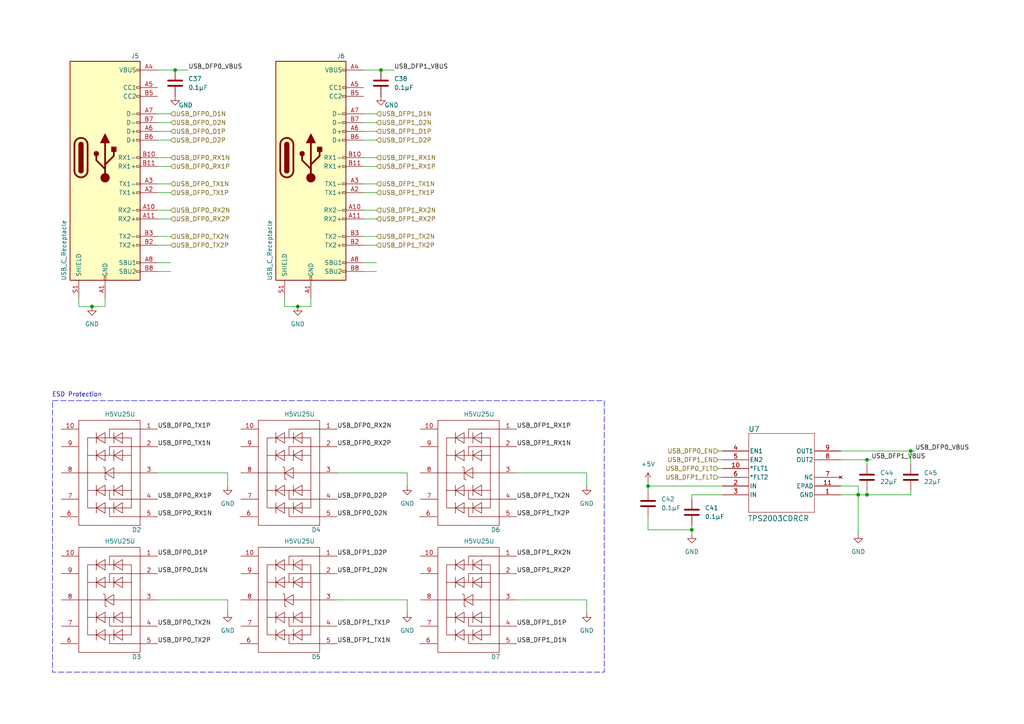
<source format=kicad_sch>
(kicad_sch (version 20231120) (generator "eeschema") (generator_version "8.0")
  (paper "A4")
  (title_block (comment 1 "Credits: https://github.com/R-Mutura/the_hub"))
  (lib_symbols
    (symbol "AZ1045-04F:AZ1045-04F" (pin_names (offset 1.016) hide)
      (property "Reference" "D" (at 0 15.875 0))
      (property "Value" "AZ1045-04F" (at 0 20.955 0))
      (symbol "AZ1045-04F_1_1"
        (rectangle (start -15.24 7.62) (end 15.24 -10.16) (stroke (width 0.1524)))
        (polyline (pts (xy -12.7 -5.08) (xy -12.7 -10.16)) (stroke (width 0.1524)))
        (polyline (pts (xy -11.684 -2.54) (xy -8.636 -2.54)) (stroke (width 0.1524)))
        (polyline (pts (xy -11.684 2.54) (xy -8.636 2.54)) (stroke (width 0.1524)))
        (polyline (pts (xy -7.62 -5.08) (xy -7.62 -10.16)) (stroke (width 0.1524)))
        (polyline (pts (xy -6.604 -2.54) (xy -3.556 -2.54)) (stroke (width 0.1524)))
        (polyline (pts (xy -6.604 2.54) (xy -3.556 2.54)) (stroke (width 0.1524)))
        (polyline (pts (xy -5.08 5.08) (xy -5.08 -7.62)) (stroke (width 0.1524)))
        (polyline (pts (xy 0 -7.62) (xy 0 -10.16)) (stroke (width 0.1524)))
        (polyline (pts (xy 0 5.08) (xy 0 -7.62)) (stroke (width 0.1524)))
        (polyline (pts (xy 0 5.08) (xy 0 7.62)) (stroke (width 0.1524)))
        (polyline (pts (xy 3.556 -2.54) (xy 6.604 -2.54)) (stroke (width 0.1524)))
        (polyline (pts (xy 3.556 2.54) (xy 6.604 2.54)) (stroke (width 0.1524)))
        (polyline (pts (xy 5.08 5.08) (xy 5.08 -7.62)) (stroke (width 0.1524)))
        (polyline (pts (xy 7.62 -5.08) (xy 7.62 -10.16)) (stroke (width 0.1524)))
        (polyline (pts (xy 8.636 -2.54) (xy 11.684 -2.54)) (stroke (width 0.1524)))
        (polyline (pts (xy 8.636 2.54) (xy 11.684 2.54)) (stroke (width 0.1524)))
        (polyline (pts (xy 12.7 -5.08) (xy 12.7 -10.16)) (stroke (width 0.1524)))
        (polyline (pts (xy -10.16 -1.27) (xy -12.7 -1.27) (xy -12.7 -5.08)) (stroke (width 0.1524)))
        (polyline (pts (xy -5.08 -1.27) (xy -7.62 -1.27) (xy -7.62 -5.08)) (stroke (width 0.1524)))
        (polyline (pts (xy 5.08 -1.27) (xy 7.62 -1.27) (xy 7.62 -5.08)) (stroke (width 0.1524)))
        (polyline (pts (xy 10.16 -1.27) (xy 12.7 -1.27) (xy 12.7 -5.08)) (stroke (width 0.1524)))
        (polyline (pts (xy -8.636 -5.08) (xy -10.16 -2.54) (xy -11.684 -5.08) (xy -8.636 -5.08)) (stroke (width 0.1524)))
        (polyline (pts (xy -8.636 0) (xy -10.16 2.54) (xy -11.684 0) (xy -8.636 0)) (stroke (width 0.1524)))
        (polyline (pts (xy -3.556 -5.08) (xy -5.08 -2.54) (xy -6.604 -5.08) (xy -3.556 -5.08)) (stroke (width 0.1524)))
        (polyline (pts (xy -3.556 0) (xy -5.08 2.54) (xy -6.604 0) (xy -3.556 0)) (stroke (width 0.1524)))
        (polyline (pts (xy 1.524 -2.54) (xy 0 0) (xy -1.524 -2.54) (xy 1.524 -2.54)) (stroke (width 0.1524)))
        (polyline (pts (xy 2.032 -0.508) (xy 1.778 0) (xy -1.524 0) (xy -1.778 0.508)) (stroke (width 0.1524)))
        (polyline (pts (xy 6.604 -5.08) (xy 5.08 -2.54) (xy 3.556 -5.08) (xy 6.604 -5.08)) (stroke (width 0.1524)))
        (polyline (pts (xy 6.604 0) (xy 5.08 2.54) (xy 3.556 0) (xy 6.604 0)) (stroke (width 0.1524)))
        (polyline (pts (xy 11.684 -5.08) (xy 10.16 -2.54) (xy 8.636 -5.08) (xy 11.684 -5.08)) (stroke (width 0.1524)))
        (polyline (pts (xy 11.684 0) (xy 10.16 2.54) (xy 8.636 0) (xy 11.684 0)) (stroke (width 0.1524)))
        (polyline (pts (xy -10.16 2.54) (xy -10.16 5.08) (xy 10.16 5.08) (xy 10.16 2.54) (xy 10.16 -7.62) (xy -10.16 -7.62) (xy -10.16 2.54)) (stroke (width 0.1524)))
        (pin input line (at -12.7 -15.24 90) (length 5.08) (name "I/O_1") (number "1"))
        (pin input line (at -12.7 12.7 270) (length 5.08) (name "NC") (number "10"))
        (pin input line (at -7.62 -15.24 90) (length 5.08) (name "I/O_2") (number "2"))
        (pin input line (at 0 -15.24 90) (length 5.08) (name "GND") (number "3"))
        (pin input line (at 7.62 -15.24 90) (length 5.08) (name "I/O_3") (number "4"))
        (pin input line (at 12.7 -15.24 90) (length 5.08) (name "I/O_4") (number "5"))
        (pin input line (at 12.7 12.954 270) (length 5.08) (name "NC") (number "6"))
        (pin input line (at 7.62 12.7 270) (length 5.08) (name "NC") (number "7"))
        (pin input line (at 0 12.7 270) (length 5.08) (name "GND") (number "8"))
        (pin input line (at -7.62 12.7 270) (length 5.08) (name "NC") (number "9"))
      )
    )
    (symbol "Connector:USB_C_Receptacle" (pin_names (offset 1.016))
      (property "Reference" "J" (at -10.16 29.21 0))
      (property "Value" "USB_C_Receptacle" (at 10.16 29.21 0))
      (symbol "USB_C_Receptacle_0_0"
        (rectangle (start -0.254 -35.56) (end 0.254 -34.544))
        (rectangle (start 10.16 -32.766) (end 9.144 -33.274))
        (rectangle (start 10.16 -30.226) (end 9.144 -30.734))
        (rectangle (start 10.16 -25.146) (end 9.144 -25.654))
        (rectangle (start 10.16 -22.606) (end 9.144 -23.114))
        (rectangle (start 10.16 -17.526) (end 9.144 -18.034))
        (rectangle (start 10.16 -14.986) (end 9.144 -15.494))
        (rectangle (start 10.16 -9.906) (end 9.144 -10.414))
        (rectangle (start 10.16 -7.366) (end 9.144 -7.874))
        (rectangle (start 10.16 -2.286) (end 9.144 -2.794))
        (rectangle (start 10.16 0.254) (end 9.144 -0.254))
        (rectangle (start 10.16 5.334) (end 9.144 4.826))
        (rectangle (start 10.16 7.874) (end 9.144 7.366))
        (rectangle (start 10.16 10.414) (end 9.144 9.906))
        (rectangle (start 10.16 12.954) (end 9.144 12.446))
        (rectangle (start 10.16 18.034) (end 9.144 17.526))
        (rectangle (start 10.16 20.574) (end 9.144 20.066))
        (rectangle (start 10.16 25.654) (end 9.144 25.146))
      )
      (symbol "USB_C_Receptacle_0_1"
        (rectangle (start -10.16 27.94) (end 10.16 -35.56) (stroke (width 0.254)) (fill (type background)))
        (arc (start -8.89 -3.81) (mid -6.985 -5.7067) (end -5.08 -3.81) (stroke (width 0.508)))
        (arc (start -7.62 -3.81) (mid -6.985 -4.4423) (end -6.35 -3.81) (stroke (width 0.254)))
        (arc (start -7.62 -3.81) (mid -6.985 -4.4423) (end -6.35 -3.81) (stroke (width 0.254)) (fill (type outline)))
        (rectangle (start -7.62 -3.81) (end -6.35 3.81) (stroke (width 0.254)) (fill (type outline)))
        (arc (start -6.35 3.81) (mid -6.985 4.4423) (end -7.62 3.81) (stroke (width 0.254)))
        (arc (start -6.35 3.81) (mid -6.985 4.4423) (end -7.62 3.81) (stroke (width 0.254)) (fill (type outline)))
        (arc (start -5.08 3.81) (mid -6.985 5.7067) (end -8.89 3.81) (stroke (width 0.508)))
        (polyline (pts (xy -8.89 -3.81) (xy -8.89 3.81)) (stroke (width 0.508)))
        (polyline (pts (xy -5.08 3.81) (xy -5.08 -3.81)) (stroke (width 0.508)))
      )
      (symbol "USB_C_Receptacle_1_1"
        (circle (center -2.54 1.143) (radius 0.635) (stroke (width 0.254)) (fill (type outline)))
        (circle (center 0 -5.842) (radius 1.27) (fill (type outline)))
        (polyline (pts (xy 0 -5.842) (xy 0 4.318)) (stroke (width 0.508)))
        (polyline (pts (xy 0 -3.302) (xy -2.54 -0.762) (xy -2.54 0.508)) (stroke (width 0.508)))
        (polyline (pts (xy 0 -2.032) (xy 2.54 0.508) (xy 2.54 1.778)) (stroke (width 0.508)))
        (polyline (pts (xy -1.27 4.318) (xy 0 6.858) (xy 1.27 4.318) (xy -1.27 4.318)) (stroke (width 0.254)) (fill (type outline)))
        (rectangle (start 1.905 1.778) (end 3.175 3.048) (stroke (width 0.254)) (fill (type outline)))
        (pin passive line (at 0 -40.64 90) (length 5.08) (name "GND") (number "A1"))
        (pin bidirectional line (at 15.24 -15.24 180) (length 5.08) (name "RX2-") (number "A10"))
        (pin bidirectional line (at 15.24 -17.78 180) (length 5.08) (name "RX2+") (number "A11"))
        (pin passive line (at 0 -40.64 90) (length 5.08) hide (name "GND") (number "A12"))
        (pin bidirectional line (at 15.24 -10.16 180) (length 5.08) (name "TX1+") (number "A2"))
        (pin bidirectional line (at 15.24 -7.62 180) (length 5.08) (name "TX1-") (number "A3"))
        (pin passive line (at 15.24 25.4 180) (length 5.08) (name "VBUS") (number "A4"))
        (pin bidirectional line (at 15.24 20.32 180) (length 5.08) (name "CC1") (number "A5"))
        (pin bidirectional line (at 15.24 7.62 180) (length 5.08) (name "D+") (number "A6"))
        (pin bidirectional line (at 15.24 12.7 180) (length 5.08) (name "D-") (number "A7"))
        (pin bidirectional line (at 15.24 -30.48 180) (length 5.08) (name "SBU1") (number "A8"))
        (pin passive line (at 15.24 25.4 180) (length 5.08) hide (name "VBUS") (number "A9"))
        (pin passive line (at 0 -40.64 90) (length 5.08) hide (name "GND") (number "B1"))
        (pin bidirectional line (at 15.24 0 180) (length 5.08) (name "RX1-") (number "B10"))
        (pin bidirectional line (at 15.24 -2.54 180) (length 5.08) (name "RX1+") (number "B11"))
        (pin passive line (at 0 -40.64 90) (length 5.08) hide (name "GND") (number "B12"))
        (pin bidirectional line (at 15.24 -25.4 180) (length 5.08) (name "TX2+") (number "B2"))
        (pin bidirectional line (at 15.24 -22.86 180) (length 5.08) (name "TX2-") (number "B3"))
        (pin passive line (at 15.24 25.4 180) (length 5.08) hide (name "VBUS") (number "B4"))
        (pin bidirectional line (at 15.24 17.78 180) (length 5.08) (name "CC2") (number "B5"))
        (pin bidirectional line (at 15.24 5.08 180) (length 5.08) (name "D+") (number "B6"))
        (pin bidirectional line (at 15.24 10.16 180) (length 5.08) (name "D-") (number "B7"))
        (pin bidirectional line (at 15.24 -33.02 180) (length 5.08) (name "SBU2") (number "B8"))
        (pin passive line (at 15.24 25.4 180) (length 5.08) hide (name "VBUS") (number "B9"))
        (pin passive line (at -7.62 -40.64 90) (length 5.08) (name "SHIELD") (number "S1"))
      )
    )
    (symbol "Device:C" (pin_numbers hide) (pin_names (offset 0.254))
      (property "Reference" "C" (at 0.635 2.54 0))
      (property "Value" "C" (at 0.635 -2.54 0))
      (symbol "C_0_1"
        (polyline (pts (xy -2.032 -0.762) (xy 2.032 -0.762)) (stroke (width 0.508)))
        (polyline (pts (xy -2.032 0.762) (xy 2.032 0.762)) (stroke (width 0.508)))
      )
      (symbol "C_1_1"
        (pin passive line (at 0 3.81 270) (length 2.794) (name "~") (number "1"))
        (pin passive line (at 0 -3.81 90) (length 2.794) (name "~") (number "2"))
      )
    )
    (symbol "TPS2003CDRCR:TPS2003CDRCR" (pin_names (offset 0.254))
      (property "Reference" "U7" (at 9.144 6.35 0))
      (property "Value" "TPS2003CDRCR" (at 16.256 -19.558 0))
      (symbol "TPS2003CDRCR_0_1"
        (polyline (pts (xy 7.62 -17.78) (xy 26.67 -17.78)) (stroke (width 0.127)))
        (polyline (pts (xy 7.62 5.08) (xy 7.62 -17.78)) (stroke (width 0.127)))
        (polyline (pts (xy 26.67 -17.78) (xy 26.67 5.08)) (stroke (width 0.127)))
        (polyline (pts (xy 26.67 5.08) (xy 7.62 5.08)) (stroke (width 0.127)))
        (pin power_in line (at 34.29 -12.7 180) (length 7.62) (name "GND") (number "1"))
        (pin output line (at 0 -5.08 0) (length 7.62) (name "*FLT1") (number "10"))
        (pin unspecified line (at 34.29 -10.16 180) (length 7.62) (name "EPAD") (number "11"))
        (pin input line (at 0 -10.16 0) (length 7.62) (name "IN") (number "2"))
        (pin input line (at 0 -12.7 0) (length 7.62) (name "IN") (number "3"))
        (pin output line (at 0 -7.62 0) (length 7.62) (name "*FLT2") (number "6"))
        (pin no_connect line (at 34.29 -7.62 180) (length 7.62) (name "NC") (number "7"))
        (pin output line (at 34.29 -2.54 180) (length 7.62) (name "OUT2") (number "8"))
        (pin output line (at 34.29 0 180) (length 7.62) (name "OUT1") (number "9"))
      )
      (symbol "TPS2003CDRCR_1_1"
        (pin input line (at 0 0 0) (length 7.62) (name "EN1") (number "4"))
        (pin input line (at 0 -2.54 0) (length 7.62) (name "EN2") (number "5"))
      )
    )
    (symbol "power:+5V" (power) (pin_numbers hide) (pin_names (offset 0) hide)
      (property "Value" "+5V" (at 0 3.556 0))
      (symbol "+5V_0_1"
        (polyline (pts (xy -0.762 1.27) (xy 0 2.54)))
        (polyline (pts (xy 0 0) (xy 0 2.54)))
        (polyline (pts (xy 0 2.54) (xy 0.762 1.27)))
      )
      (symbol "+5V_1_1"
        (pin power_in line (at 0 0 90) (length 0) (name "~") (number "1"))
      )
    )
    (symbol "power:GND" (power) (pin_numbers hide) (pin_names (offset 0) hide)
      (property "Value" "GND" (at 0 -3.81 0))
      (symbol "GND_0_1"
        (polyline (pts (xy 0 0) (xy 0 -1.27) (xy 1.27 -1.27) (xy 0 -2.54) (xy -1.27 -1.27) (xy 0 -1.27)))
      )
      (symbol "GND_1_1"
        (pin power_in line (at 0 0 270) (length 0) (name "~") (number "1"))
      )
    )
  )
  (junction (at 200.66 153.67))
  (junction (at 248.92 143.51))
  (junction (at 86.36 88.9))
  (junction (at 110.49 20.32))
  (junction (at 264.16 130.81))
  (junction (at 26.67 88.9))
  (junction (at 50.8 20.32))
  (junction (at 251.46 143.51))
  (junction (at 187.96 140.97))
  (junction (at 251.46 133.35))
  (wire (pts (xy 109.22 71.12) (xy 105.41 71.12)))
  (wire (pts (xy 109.22 63.5) (xy 105.41 63.5)))
  (wire (pts (xy 118.11 137.16) (xy 118.11 140.97)))
  (wire (pts (xy 118.11 173.99) (xy 118.11 177.8)))
  (wire (pts (xy 49.53 53.34) (xy 45.72 53.34)))
  (wire (pts (xy 109.22 48.26) (xy 105.41 48.26)))
  (wire (pts (xy 110.49 20.32) (xy 105.41 20.32)))
  (wire (pts (xy 97.79 137.16) (xy 118.11 137.16)))
  (wire (pts (xy 109.22 78.74) (xy 105.41 78.74)))
  (wire (pts (xy 248.92 143.51) (xy 248.92 154.94)))
  (wire (pts (xy 187.96 149.86) (xy 187.96 153.67)))
  (wire (pts (xy 109.22 68.58) (xy 105.41 68.58)))
  (wire (pts (xy 109.22 53.34) (xy 105.41 53.34)))
  (wire (pts (xy 251.46 143.51) (xy 264.16 143.51)))
  (wire (pts (xy 45.72 38.1) (xy 49.53 38.1)))
  (wire (pts (xy 97.79 173.99) (xy 118.11 173.99)))
  (wire (pts (xy 251.46 133.35) (xy 252.73 133.35)))
  (wire (pts (xy 66.04 173.99) (xy 66.04 177.8)))
  (wire (pts (xy 30.48 88.9) (xy 30.48 86.36)))
  (wire (pts (xy 109.22 76.2) (xy 105.41 76.2)))
  (wire (pts (xy 187.96 153.67) (xy 200.66 153.67)))
  (wire (pts (xy 208.28 135.89) (xy 209.55 135.89)))
  (wire (pts (xy 49.53 78.74) (xy 45.72 78.74)))
  (wire (pts (xy 187.96 142.24) (xy 187.96 140.97)))
  (wire (pts (xy 22.86 88.9) (xy 26.67 88.9)))
  (wire (pts (xy 105.41 40.64) (xy 109.22 40.64)))
  (wire (pts (xy 45.72 40.64) (xy 49.53 40.64)))
  (wire (pts (xy 49.53 55.88) (xy 45.72 55.88)))
  (wire (pts (xy 26.67 88.9) (xy 30.48 88.9)))
  (wire (pts (xy 82.55 86.36) (xy 82.55 88.9)))
  (wire (pts (xy 66.04 137.16) (xy 66.04 140.97)))
  (wire (pts (xy 187.96 139.7) (xy 187.96 140.97)))
  (wire (pts (xy 49.53 45.72) (xy 45.72 45.72)))
  (wire (pts (xy 170.18 173.99) (xy 170.18 177.8)))
  (wire (pts (xy 45.72 173.99) (xy 66.04 173.99)))
  (wire (pts (xy 49.53 48.26) (xy 45.72 48.26)))
  (wire (pts (xy 105.41 38.1) (xy 109.22 38.1)))
  (wire (pts (xy 243.84 133.35) (xy 251.46 133.35)))
  (wire (pts (xy 264.16 130.81) (xy 265.43 130.81)))
  (wire (pts (xy 208.28 133.35) (xy 209.55 133.35)))
  (wire (pts (xy 208.28 138.43) (xy 209.55 138.43)))
  (wire (pts (xy 109.22 45.72) (xy 105.41 45.72)))
  (wire (pts (xy 86.36 88.9) (xy 90.17 88.9)))
  (wire (pts (xy 243.84 130.81) (xy 264.16 130.81)))
  (wire (pts (xy 243.84 143.51) (xy 248.92 143.51)))
  (wire (pts (xy 200.66 144.78) (xy 200.66 143.51)))
  (wire (pts (xy 109.22 60.96) (xy 105.41 60.96)))
  (wire (pts (xy 105.41 35.56) (xy 109.22 35.56)))
  (wire (pts (xy 200.66 153.67) (xy 200.66 154.94)))
  (wire (pts (xy 90.17 88.9) (xy 90.17 86.36)))
  (wire (pts (xy 114.3 20.32) (xy 110.49 20.32)))
  (wire (pts (xy 82.55 88.9) (xy 86.36 88.9)))
  (wire (pts (xy 45.72 20.32) (xy 50.8 20.32)))
  (wire (pts (xy 248.92 140.97) (xy 248.92 143.51)))
  (wire (pts (xy 170.18 137.16) (xy 170.18 140.97)))
  (wire (pts (xy 49.53 60.96) (xy 45.72 60.96)))
  (wire (pts (xy 251.46 133.35) (xy 251.46 134.62)))
  (wire (pts (xy 45.72 35.56) (xy 49.53 35.56)))
  (wire (pts (xy 109.22 55.88) (xy 105.41 55.88)))
  (wire (pts (xy 251.46 143.51) (xy 248.92 143.51)))
  (wire (pts (xy 149.86 137.16) (xy 170.18 137.16)))
  (wire (pts (xy 200.66 152.4) (xy 200.66 153.67)))
  (wire (pts (xy 49.53 63.5) (xy 45.72 63.5)))
  (wire (pts (xy 208.28 130.81) (xy 209.55 130.81)))
  (wire (pts (xy 149.86 173.99) (xy 170.18 173.99)))
  (wire (pts (xy 187.96 140.97) (xy 209.55 140.97)))
  (wire (pts (xy 45.72 137.16) (xy 66.04 137.16)))
  (wire (pts (xy 49.53 71.12) (xy 45.72 71.12)))
  (wire (pts (xy 251.46 142.24) (xy 251.46 143.51)))
  (wire (pts (xy 200.66 143.51) (xy 209.55 143.51)))
  (wire (pts (xy 264.16 130.81) (xy 264.16 134.62)))
  (wire (pts (xy 105.41 33.02) (xy 109.22 33.02)))
  (wire (pts (xy 243.84 140.97) (xy 248.92 140.97)))
  (wire (pts (xy 49.53 76.2) (xy 45.72 76.2)))
  (wire (pts (xy 50.8 20.32) (xy 54.61 20.32)))
  (wire (pts (xy 22.86 86.36) (xy 22.86 88.9)))
  (wire (pts (xy 49.53 68.58) (xy 45.72 68.58)))
  (wire (pts (xy 264.16 142.24) (xy 264.16 143.51)))
  (wire (pts (xy 45.72 33.02) (xy 49.53 33.02)))
  (rectangle (start 15.24 116.205) (end 175.26 194.945) (stroke (width 0) (type dash)))
  (text "ESD Protection" (at 22.352 114.554 0) (effects (font (size 1.27 1.27))))
  (label "USB_DFP1_TX1P" (at 97.79 181.61 0))
  (label "USB_DFP1_D1N" (at 149.86 186.69 0))
  (label "USB_DFP1_RX1P" (at 149.86 124.46 0))
  (label "USB_DFP1_TX2P" (at 149.86 149.86 0))
  (label "USB_DFP1_RX1N" (at 149.86 129.54 0))
  (label "USB_DFP1_D2N" (at 97.79 166.37 0))
  (label "USB_DFP0_RX1N" (at 45.72 149.86 0))
  (label "USB_DFP0_TX2P" (at 45.72 186.69 0))
  (label "USB_DFP0_D2P" (at 97.79 144.78 0))
  (label "USB_DFP1_D1P" (at 149.86 181.61 0))
  (label "USB_DFP0_D1P" (at 45.72 161.29 0))
  (label "USB_DFP0_RX2N" (at 97.79 124.46 0))
  (label "USB_DFP1_RX2N" (at 149.86 161.29 0))
  (label "USB_DFP0_TX1P" (at 45.72 124.46 0))
  (label "USB_DFP0_TX1N" (at 45.72 129.54 0))
  (label "USB_DFP0_D2N" (at 97.79 149.86 0))
  (label "USB_DFP1_D2P" (at 97.79 161.29 0))
  (label "USB_DFP0_VBUS" (at 54.61 20.32 0))
  (label "USB_DFP0_RX1P" (at 45.72 144.78 0))
  (label "USB_DFP1_VBUS" (at 114.3 20.32 0))
  (label "USB_DFP0_VBUS" (at 265.43 130.81 0))
  (label "USB_DFP1_TX1N" (at 97.79 186.69 0))
  (label "USB_DFP1_TX2N" (at 149.86 144.78 0))
  (label "USB_DFP1_RX2P" (at 149.86 166.37 0))
  (label "USB_DFP0_D1N" (at 45.72 166.37 0))
  (label "USB_DFP0_TX2N" (at 45.72 181.61 0))
  (label "USB_DFP1_VBUS" (at 252.73 133.35 0))
  (label "USB_DFP0_RX2P" (at 97.79 129.54 0))
  (hierarchical_label "USB_DFP1_TX1N" (shape input) (at 109.22 53.34 0))
  (hierarchical_label "USB_DFP0_RX2N" (shape input) (at 49.53 60.96 0))
  (hierarchical_label "USB_DFP0_D2P" (shape input) (at 49.53 40.64 0))
  (hierarchical_label "USB_DFP1_EN" (shape input) (at 208.28 133.35 180))
  (hierarchical_label "USB_DFP0_FLT" (shape input) (at 208.28 135.89 180))
  (hierarchical_label "USB_DFP0_D1P" (shape input) (at 49.53 38.1 0))
  (hierarchical_label "USB_DFP1_D1N" (shape input) (at 109.22 33.02 0))
  (hierarchical_label "USB_DFP0_TX2P" (shape input) (at 49.53 71.12 0))
  (hierarchical_label "USB_DFP1_FLT" (shape input) (at 208.28 138.43 180))
  (hierarchical_label "USB_DFP0_D2N" (shape input) (at 49.53 35.56 0))
  (hierarchical_label "USB_DFP1_TX1P" (shape input) (at 109.22 55.88 0))
  (hierarchical_label "USB_DFP1_D2N" (shape input) (at 109.22 35.56 0))
  (hierarchical_label "USB_DFP0_TX2N" (shape input) (at 49.53 68.58 0))
  (hierarchical_label "USB_DFP1_D2P" (shape input) (at 109.22 40.64 0))
  (hierarchical_label "USB_DFP0_EN" (shape input) (at 208.28 130.81 180))
  (hierarchical_label "USB_DFP1_RX1P" (shape input) (at 109.22 48.26 0))
  (hierarchical_label "USB_DFP0_TX1P" (shape input) (at 49.53 55.88 0))
  (hierarchical_label "USB_DFP0_TX1N" (shape input) (at 49.53 53.34 0))
  (hierarchical_label "USB_DFP1_TX2P" (shape input) (at 109.22 71.12 0))
  (hierarchical_label "USB_DFP0_RX2P" (shape input) (at 49.53 63.5 0))
  (hierarchical_label "USB_DFP1_D1P" (shape input) (at 109.22 38.1 0))
  (hierarchical_label "USB_DFP0_RX1P" (shape input) (at 49.53 48.26 0))
  (hierarchical_label "USB_DFP1_RX1N" (shape input) (at 109.22 45.72 0))
  (hierarchical_label "USB_DFP0_D1N" (shape input) (at 49.53 33.02 0))
  (hierarchical_label "USB_DFP1_TX2N" (shape input) (at 109.22 68.58 0))
  (hierarchical_label "USB_DFP0_RX1N" (shape input) (at 49.53 45.72 0))
  (hierarchical_label "USB_DFP1_RX2N" (shape input) (at 109.22 60.96 0))
  (hierarchical_label "USB_DFP1_RX2P" (shape input) (at 109.22 63.5 0))
  (symbol (lib_id "AZ1045-04F:AZ1045-04F") (at 82.55 137.16 90) (mirror x) (unit 1)
    (property "Reference" "D4" (at 91.694 153.67 90))
    (property "Value" "H5VU25U" (at 86.868 120.142 90))
    (property "Footprint" "AZ1045-04F:AZ1045-04F" (effects (hide yes)))
    (property "Description" "C2987152" (effects (hide yes)))
    (property "uuid" "std:6eb39e210fd9458b8b050fbd0465928b" (effects (hide yes)))
    (property "LCSC" "C7420374" (effects (hide yes)))
    (property "Part_Number" "H5VU25U" (effects (hide yes)))
  )
  (symbol (lib_id "power:GND") (at 50.8 27.94 0) (unit 1)
    (property "Reference" "#PWR048" (effects (hide yes)))
    (property "Value" "GND" (at 53.848 30.48 0))
    (property "Description" "Power symbol creates a global label with name \"GND\" , ground" (effects (hide yes)))
  )
  (symbol (lib_id "power:GND") (at 170.18 177.8 0) (unit 1)
    (property "Reference" "#PWR050" (effects (hide yes)))
    (property "Value" "GND" (at 170.18 182.88 0))
    (property "Description" "Power symbol creates a global label with name \"GND\" , ground" (effects (hide yes)))
  )
  (symbol (lib_id "power:GND") (at 118.11 177.8 0) (unit 1)
    (property "Reference" "#PWR047" (effects (hide yes)))
    (property "Value" "GND" (at 118.11 182.88 0))
    (property "Description" "Power symbol creates a global label with name \"GND\" , ground" (effects (hide yes)))
  )
  (symbol (lib_id "power:GND") (at 66.04 140.97 0) (unit 1)
    (property "Reference" "#PWR016" (effects (hide yes)))
    (property "Value" "GND" (at 66.04 146.05 0))
    (property "Description" "Power symbol creates a global label with name \"GND\" , ground" (effects (hide yes)))
  )
  (symbol (lib_id "power:GND") (at 66.04 177.8 0) (unit 1)
    (property "Reference" "#PWR046" (effects (hide yes)))
    (property "Value" "GND" (at 66.04 182.88 0))
    (property "Description" "Power symbol creates a global label with name \"GND\" , ground" (effects (hide yes)))
  )
  (symbol (lib_id "Device:C") (at 187.96 146.05 0) (unit 1)
    (property "Reference" "C42" (at 191.77 144.7799 0) (effects (justify left)))
    (property "Value" "0.1μF" (at 191.77 147.3199 0) (effects (justify left)))
    (property "Footprint" "Capacitor_SMD:C_0402_1005Metric" (effects (hide yes)))
    (property "Description" "Unpolarized capacitor" (effects (hide yes)))
    (property "Part_Number" "CL05B104KO5NNNC" (effects (hide yes)))
    (property "LCSC" "C1525" (effects (hide yes)))
  )
  (symbol (lib_id "AZ1045-04F:AZ1045-04F") (at 82.55 173.99 90) (mirror x) (unit 1)
    (property "Reference" "D5" (at 91.694 190.5 90))
    (property "Value" "H5VU25U" (at 86.868 156.972 90))
    (property "Footprint" "AZ1045-04F:AZ1045-04F" (effects (hide yes)))
    (property "Description" "C2987152" (effects (hide yes)))
    (property "uuid" "std:6eb39e210fd9458b8b050fbd0465928b" (effects (hide yes)))
    (property "LCSC" "C7420374" (effects (hide yes)))
    (property "Part_Number" "H5VU25U" (effects (hide yes)))
  )
  (symbol (lib_id "power:GND") (at 200.66 154.94 0) (unit 1)
    (property "Reference" "#PWR052" (effects (hide yes)))
    (property "Value" "GND" (at 200.66 160.02 0))
    (property "Description" "Power symbol creates a global label with name \"GND\" , ground" (effects (hide yes)))
  )
  (symbol (lib_id "Device:C") (at 251.46 138.43 0) (unit 1)
    (property "Reference" "C44" (at 255.27 137.1599 0) (effects (justify left)))
    (property "Value" "22μF" (at 255.27 139.6999 0) (effects (justify left)))
    (property "Footprint" "Capacitor_SMD:C_0603_1608Metric" (effects (hide yes)))
    (property "Description" "Unpolarized capacitor" (effects (hide yes)))
    (property "Part_Number" "CL10A226MQ8NRNC" (effects (hide yes)))
    (property "LCSC" "C59461" (effects (hide yes)))
  )
  (symbol (lib_id "TPS2003CDRCR:TPS2003CDRCR") (at 209.55 130.81 0) (unit 1)
    (property "Reference" "U7" (at 218.694 124.46 0) (effects (font (size 1.524 1.524))))
    (property "Value" "TPS2003CDRCR" (at 225.806 150.368 0) (effects (font (size 1.524 1.524))))
    (property "Footprint" "DRC10_1P65X2P40_TEX" (effects (hide yes)))
    (property "Datasheet" "TPS2003CDRCR" (effects (hide yes)))
    (property "Part_Number" "TPS2003CDRCR" (effects (hide yes)))
    (property "LCSC" "C2149914" (effects (hide yes)))
  )
  (symbol (lib_id "power:GND") (at 118.11 140.97 0) (unit 1)
    (property "Reference" "#PWR099" (effects (hide yes)))
    (property "Value" "GND" (at 118.11 146.05 0))
    (property "Description" "Power symbol creates a global label with name \"GND\" , ground" (effects (hide yes)))
  )
  (symbol (lib_id "Device:C") (at 50.8 24.13 0) (unit 1)
    (property "Reference" "C37" (at 54.61 22.8599 0) (effects (justify left)))
    (property "Value" "0.1μF" (at 54.61 25.3999 0) (effects (justify left)))
    (property "Footprint" "Capacitor_SMD:C_0402_1005Metric" (effects (hide yes)))
    (property "Description" "Unpolarized capacitor" (effects (hide yes)))
    (property "Part_Number" "CL05B104KO5NNNC" (effects (hide yes)))
    (property "LCSC" "C1525" (effects (hide yes)))
  )
  (symbol (lib_id "power:GND") (at 26.67 88.9 0) (unit 1)
    (property "Reference" "#PWR076" (effects (hide yes)))
    (property "Value" "GND" (at 26.67 93.98 0))
    (property "Description" "Power symbol creates a global label with name \"GND\" , ground" (effects (hide yes)))
  )
  (symbol (lib_id "power:GND") (at 110.49 27.94 0) (unit 1)
    (property "Reference" "#PWR051" (effects (hide yes)))
    (property "Value" "GND" (at 113.538 30.48 0))
    (property "Description" "Power symbol creates a global label with name \"GND\" , ground" (effects (hide yes)))
  )
  (symbol (lib_id "power:+5V") (at 187.96 139.7 0) (unit 1)
    (property "Reference" "#PWR070" (effects (hide yes)))
    (property "Value" "+5V" (at 187.96 134.62 0))
    (property "Description" "Power symbol creates a global label with name \"+5V\"" (effects (hide yes)))
  )
  (symbol (lib_id "Device:C") (at 264.16 138.43 0) (unit 1)
    (property "Reference" "C45" (at 267.97 137.1599 0) (effects (justify left)))
    (property "Value" "22μF" (at 267.97 139.6999 0) (effects (justify left)))
    (property "Footprint" "Capacitor_SMD:C_0603_1608Metric" (effects (hide yes)))
    (property "Description" "Unpolarized capacitor" (effects (hide yes)))
    (property "Part_Number" "CL10A226MQ8NRNC" (effects (hide yes)))
    (property "LCSC" "C59461" (effects (hide yes)))
  )
  (symbol (lib_id "AZ1045-04F:AZ1045-04F") (at 30.48 173.99 90) (mirror x) (unit 1)
    (property "Reference" "D3" (at 39.624 190.5 90))
    (property "Value" "H5VU25U" (at 34.798 156.972 90))
    (property "Footprint" "AZ1045-04F:AZ1045-04F" (effects (hide yes)))
    (property "Description" "C2987152" (effects (hide yes)))
    (property "uuid" "std:6eb39e210fd9458b8b050fbd0465928b" (effects (hide yes)))
    (property "LCSC" "C7420374" (effects (hide yes)))
    (property "Part_Number" "H5VU25U" (effects (hide yes)))
  )
  (symbol (lib_id "Device:C") (at 110.49 24.13 0) (unit 1)
    (property "Reference" "C38" (at 114.3 22.8599 0) (effects (justify left)))
    (property "Value" "0.1μF" (at 114.3 25.3999 0) (effects (justify left)))
    (property "Footprint" "Capacitor_SMD:C_0402_1005Metric" (effects (hide yes)))
    (property "Description" "Unpolarized capacitor" (effects (hide yes)))
    (property "Part_Number" "CL05B104KO5NNNC" (effects (hide yes)))
    (property "LCSC" "C1525" (effects (hide yes)))
  )
  (symbol (lib_id "Device:C") (at 200.66 148.59 0) (unit 1)
    (property "Reference" "C41" (at 204.47 147.3199 0) (effects (justify left)))
    (property "Value" "0.1μF" (at 204.47 149.8599 0) (effects (justify left)))
    (property "Footprint" "Capacitor_SMD:C_0402_1005Metric" (effects (hide yes)))
    (property "Description" "Unpolarized capacitor" (effects (hide yes)))
    (property "Part_Number" "CL05B104KO5NNNC" (effects (hide yes)))
    (property "LCSC" "C1525" (effects (hide yes)))
  )
  (symbol (lib_id "power:GND") (at 86.36 88.9 0) (unit 1)
    (property "Reference" "#PWR075" (effects (hide yes)))
    (property "Value" "GND" (at 86.36 93.98 0))
    (property "Description" "Power symbol creates a global label with name \"GND\" , ground" (effects (hide yes)))
  )
  (symbol (lib_id "AZ1045-04F:AZ1045-04F") (at 30.48 137.16 90) (mirror x) (unit 1)
    (property "Reference" "D2" (at 39.624 153.67 90))
    (property "Value" "H5VU25U" (at 34.798 120.142 90))
    (property "Footprint" "AZ1045-04F:AZ1045-04F" (effects (hide yes)))
    (property "Description" "C2987152" (effects (hide yes)))
    (property "uuid" "std:6eb39e210fd9458b8b050fbd0465928b" (effects (hide yes)))
    (property "LCSC" "C7420374" (effects (hide yes)))
    (property "Part_Number" "H5VU25U" (effects (hide yes)))
  )
  (symbol (lib_id "Connector:USB_C_Receptacle") (at 90.17 45.72 0) (unit 1)
    (property "Reference" "J6" (at 100.076 16.256 0) (effects (justify right)))
    (property "Value" "USB_C_Receptacle" (at 78.232 63.754 90) (effects (justify right)))
    (property "Footprint" "USB-C-SMD_TYPE-C-24P-QT:USB-C-SMD_TYPE-C-24P-QT" (effects (hide yes)))
    (property "Datasheet" "https://www.usb.org/sites/default/files/documents/usb_type-c.zip" (effects (hide yes)))
    (property "Description" "USB Full-Featured Type-C Receptacle connector" (effects (hide yes)))
    (property "LCSC" "C2681555" (effects (hide yes)))
    (property "Part_Number" "TYPE-C 24P QT" (effects (hide yes)))
  )
  (symbol (lib_id "power:GND") (at 248.92 154.94 0) (unit 1)
    (property "Reference" "#PWR053" (effects (hide yes)))
    (property "Value" "GND" (at 248.92 160.02 0))
    (property "Description" "Power symbol creates a global label with name \"GND\" , ground" (effects (hide yes)))
  )
  (symbol (lib_id "Connector:USB_C_Receptacle") (at 30.48 45.72 0) (unit 1)
    (property "Reference" "J5" (at 40.386 16.256 0) (effects (justify right)))
    (property "Value" "USB_C_Receptacle" (at 18.542 63.754 90) (effects (justify right)))
    (property "Footprint" "USB-C-SMD_TYPE-C-24P-QT:USB-C-SMD_TYPE-C-24P-QT" (effects (hide yes)))
    (property "Datasheet" "https://www.usb.org/sites/default/files/documents/usb_type-c.zip" (effects (hide yes)))
    (property "Description" "USB Full-Featured Type-C Receptacle connector" (effects (hide yes)))
    (property "LCSC" "C2681555" (effects (hide yes)))
    (property "Part_Number" "TYPE-C 24P QT" (effects (hide yes)))
  )
  (symbol (lib_id "power:GND") (at 170.18 140.97 0) (unit 1)
    (property "Reference" "#PWR049" (effects (hide yes)))
    (property "Value" "GND" (at 170.18 146.05 0))
    (property "Description" "Power symbol creates a global label with name \"GND\" , ground" (effects (hide yes)))
  )
  (symbol (lib_id "AZ1045-04F:AZ1045-04F") (at 134.62 137.16 90) (mirror x) (unit 1)
    (property "Reference" "D6" (at 143.764 153.67 90))
    (property "Value" "H5VU25U" (at 138.938 120.142 90))
    (property "Footprint" "AZ1045-04F:AZ1045-04F" (effects (hide yes)))
    (property "Description" "C2987152" (effects (hide yes)))
    (property "uuid" "std:6eb39e210fd9458b8b050fbd0465928b" (effects (hide yes)))
    (property "LCSC" "C7420374" (effects (hide yes)))
    (property "Part_Number" "H5VU25U" (effects (hide yes)))
  )
  (symbol (lib_id "AZ1045-04F:AZ1045-04F") (at 134.62 173.99 90) (mirror x) (unit 1)
    (property "Reference" "D7" (at 143.764 190.5 90))
    (property "Value" "H5VU25U" (at 138.938 156.972 90))
    (property "Footprint" "AZ1045-04F:AZ1045-04F" (effects (hide yes)))
    (property "Description" "C2987152" (effects (hide yes)))
    (property "uuid" "std:6eb39e210fd9458b8b050fbd0465928b" (effects (hide yes)))
    (property "LCSC" "C7420374" (effects (hide yes)))
    (property "Part_Number" "H5VU25U" (effects (hide yes)))
  )
)
</source>
